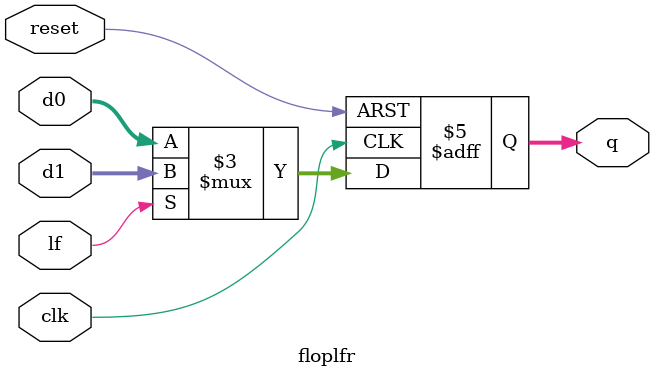
<source format=v>
module floplfr (
  clk,
  reset,
  lf,
  d0,
  d1,
  q
);
  input wire clk;
  input wire reset;
  input wire lf;
  input wire [31:0] d0;
  input wire [31:0] d1;
  output reg [31:0] q;
  always @(posedge clk or posedge reset)
    if (reset)
      q <= 0;
    else if (lf)
      q <= d1;
    else
      q <= d0;
endmodule

</source>
